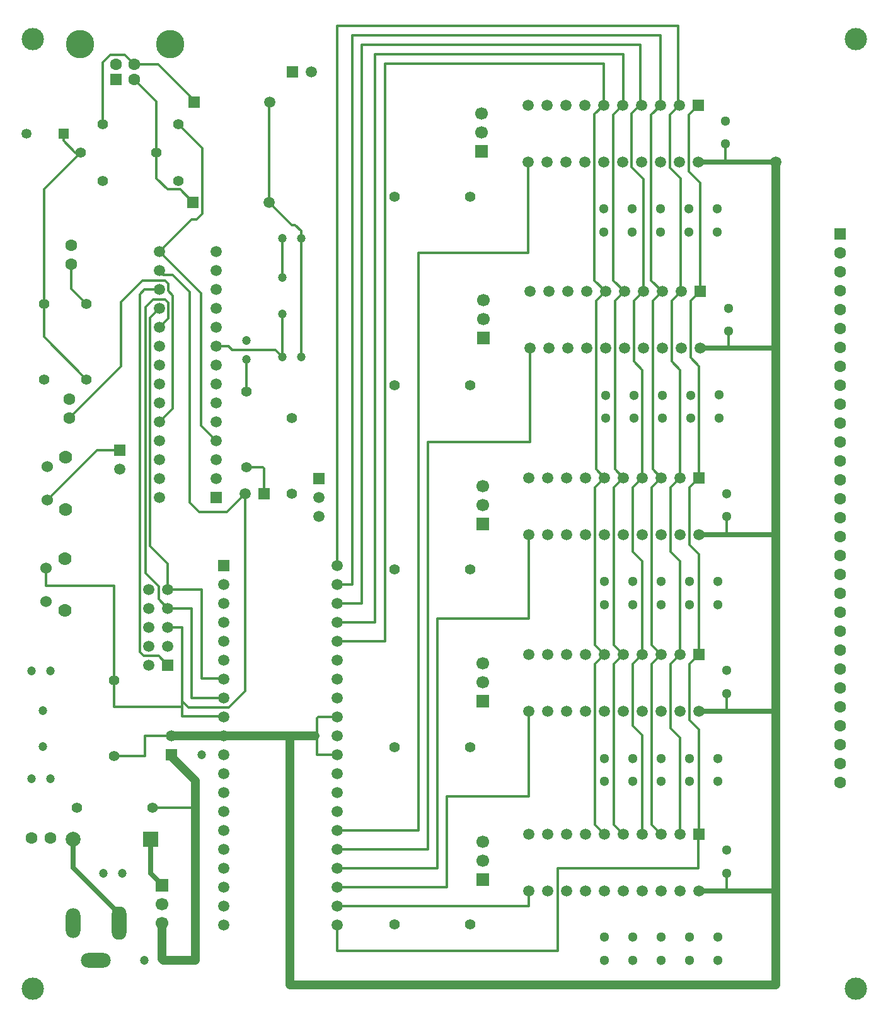
<source format=gtl>
%FSAX44Y44*%
%MOMM*%
G71*
G01*
G75*
G04 Layer_Physical_Order=1*
G04 Layer_Color=255*
%ADD10C,0.3000*%
%ADD11C,1.2000*%
%ADD12C,0.7000*%
%ADD13C,1.4000*%
%ADD14C,1.2000*%
%ADD15R,1.5000X1.5000*%
%ADD16C,1.5000*%
%ADD17C,1.6000*%
%ADD18R,1.5000X1.5000*%
%ADD19C,3.8000*%
%ADD20R,1.6000X1.6000*%
%ADD21C,1.3500*%
%ADD22R,1.3500X1.3500*%
%ADD23C,1.5240*%
%ADD24C,1.5000*%
%ADD25R,1.5000X1.5000*%
%ADD26C,1.7000*%
%ADD27R,1.7000X1.7000*%
%ADD28C,1.3000*%
%ADD29R,1.5000X1.5000*%
%ADD30C,1.6000*%
%ADD31R,1.6000X1.6000*%
%ADD32O,4.0000X2.0000*%
%ADD33O,2.0000X4.0000*%
%ADD34O,2.0000X4.5000*%
%ADD35R,2.0000X2.0000*%
%ADD36C,2.0000*%
%ADD37C,1.7780*%
%ADD38C,3.0000*%
D10*
X00724160Y01731150D02*
X00767280Y01688030D01*
X00692250Y01731150D02*
X00724160D01*
X00641690Y01213150D02*
X00672130D01*
X00574740Y01146200D02*
X00641690Y01213150D01*
X00755950Y00876254D02*
Y00975660D01*
Y00870250D02*
Y00876254D01*
X00764540Y00867664D01*
X00755904Y00876300D02*
X00755950Y00876254D01*
X00890778Y01338880D02*
Y01371854D01*
X00725470Y01479850D02*
X00768858Y01523238D01*
X00775970D01*
X00783082Y01530350D01*
Y01619088D01*
X00750870Y01651300D02*
X00783082Y01619088D01*
X00781304Y01246217D02*
X00801670Y01225850D01*
X00781304Y01246217D02*
Y01424017D01*
X00725470Y01479850D02*
X00781304Y01424017D01*
X00842310Y01190290D02*
X00864916D01*
X00866440Y01188766D01*
Y01154730D02*
Y01188766D01*
X00607360Y01430320D02*
Y01463340D01*
Y01430320D02*
X00627680Y01410000D01*
X00816610Y01130300D02*
X00841040Y01154730D01*
X00779526Y01130300D02*
X00816610D01*
X00766826Y01143000D02*
X00779526Y01130300D01*
X00766826Y01143000D02*
Y01425550D01*
X00743470Y01448905D02*
X00766826Y01425550D01*
X00731015Y01448905D02*
X00743470D01*
X00725470Y01454450D02*
X00731015Y01448905D01*
X00604820Y01256330D02*
X00674116Y01325626D01*
Y01412240D01*
X00703072Y01441196D01*
X00733425D01*
X00737470Y01437151D01*
Y01427118D02*
Y01437151D01*
Y01427118D02*
X00743712Y01420876D01*
Y01269492D02*
Y01420876D01*
X00725470Y01251250D02*
X00743712Y01269492D01*
X00721660Y01578310D02*
Y01613200D01*
Y01578310D02*
X00736600Y01563370D01*
X00753510D01*
X00770990Y01545890D01*
X00721660Y01613200D02*
Y01681740D01*
X00692250Y01711150D02*
X00721660Y01681740D01*
X00649270Y01651300D02*
Y01733550D01*
X00659938Y01744218D01*
X00679182D01*
X00692250Y01731150D01*
X00890570Y01338880D02*
X00890778D01*
X00890570Y01372062D02*
X00890778Y01371854D01*
X00890570Y01372062D02*
Y01396030D01*
X00801670Y01352850D02*
X00818596D01*
X00823468Y01347978D01*
X00881472D01*
X00890570Y01338880D01*
X00890524Y01497584D02*
X00890570Y01497630D01*
X00890524Y01444877D02*
Y01497584D01*
Y01444877D02*
X00890570Y01444830D01*
X00842310Y01291890D02*
Y01335070D01*
X00570530Y01365550D02*
Y01410000D01*
Y01365550D02*
X00627680Y01308400D01*
X00570530Y01563670D02*
X00620060Y01613200D01*
X00570530Y01410000D02*
Y01563670D01*
X00596800Y01629129D02*
Y01638600D01*
Y01629129D02*
X00612729Y01613200D01*
X00620060D01*
X00915970Y01338880D02*
Y01497630D01*
Y01507698D01*
X00908050Y01515618D02*
X00915970Y01507698D01*
X00903263Y01515618D02*
X00908050D01*
X00872990Y01545890D02*
X00903263Y01515618D01*
X00872990Y01545890D02*
Y01677970D01*
X00755904Y00876300D02*
Y00956656D01*
X00764540Y00867664D02*
X00819150D01*
X00841040Y00889554D01*
Y01154730D01*
X00705912Y01429050D02*
X00725470D01*
X00699262Y01422400D02*
X00705912Y01429050D01*
X00699262Y00942594D02*
Y01422400D01*
Y00942594D02*
X00704850Y00937006D01*
X00724754D01*
X00736900Y00924860D01*
X00713232Y01391412D02*
X00725470Y01403650D01*
X00713232Y01084580D02*
Y01391412D01*
Y01084580D02*
X00736900Y01060912D01*
Y01026460D02*
Y01060912D01*
X00724662Y01013298D02*
X00736900Y01001060D01*
X00724662Y01013298D02*
Y01030478D01*
X00707136Y01048004D02*
X00724662Y01030478D01*
X00707136Y01048004D02*
Y01405382D01*
X00717550Y01415796D01*
X00733425D01*
X00737616Y01411605D01*
Y01390396D02*
Y01411605D01*
X00725470Y01378250D02*
X00737616Y01390396D01*
X00736900Y01026460D02*
X00782620D01*
Y00907080D02*
Y01026460D01*
Y00907080D02*
X00810560D01*
X00811830Y00905810D01*
X00736900Y01001060D02*
X00768650D01*
Y00880410D02*
Y01001060D01*
Y00880410D02*
X00811830D01*
X00716580Y00733090D02*
X00772460D01*
X00773730Y00734360D01*
X00937560Y00804210D02*
X00964230D01*
X00937560D02*
Y00853740D01*
X00938830Y00855010D01*
X00964230D01*
X00664510Y00802940D02*
X00706420D01*
Y00829610D01*
X00741980D01*
X01487470Y00623870D02*
Y00645200D01*
Y00623870D02*
X01490010Y00621330D01*
X01487470Y00862630D02*
Y00886500D01*
X01490010Y01350310D02*
Y01372910D01*
X01487470Y01101390D02*
Y01123990D01*
Y01101390D02*
X01488740Y01100120D01*
X01486200Y01600500D02*
Y01624370D01*
X01412540Y00926130D02*
X01425240Y00938830D01*
X01412540Y00839770D02*
Y00926130D01*
Y00839770D02*
X01425240Y00827070D01*
Y00697530D02*
Y00827070D01*
Y00938830D02*
Y01064560D01*
X01412540Y01077260D02*
X01425240Y01064560D01*
X01412540Y01077260D02*
Y01163620D01*
X01425240Y01176320D01*
Y01321100D01*
X01413810Y01332530D02*
X01425240Y01321100D01*
X01413810Y01332530D02*
Y01413810D01*
X01426510Y01426510D01*
X01425670Y01427350D02*
X01426510Y01426510D01*
X01425670Y01427350D02*
Y01578201D01*
X01411270Y01592600D02*
X01425670Y01578201D01*
X01411270Y01592600D02*
Y01664000D01*
X01423970Y01676700D01*
X01422700Y01677970D02*
X01423970Y01676700D01*
X01422700Y01677970D02*
Y01783380D01*
X00964230D02*
X01422700D01*
X00964230Y01058210D02*
Y01783380D01*
X01387140Y00710230D02*
X01399840Y00697530D01*
X01387140Y00710230D02*
Y00926130D01*
X01399840Y00938830D01*
X01387140Y00951530D02*
X01399840Y00938830D01*
X01387140Y00951530D02*
Y01163620D01*
X01399840Y01176320D01*
X01388410Y01187750D02*
X01399840Y01176320D01*
X01388410Y01187750D02*
Y01413810D01*
X01401110Y01426510D01*
X01386570Y01441050D02*
X01401110Y01426510D01*
X01386570Y01441050D02*
Y01663430D01*
X01398570Y01675430D01*
X00964230Y01032810D02*
X00984550D01*
Y01770680D01*
X01398570D01*
Y01676700D02*
Y01770680D01*
X00964230Y01007410D02*
X00997250D01*
Y01757980D01*
X01371900D01*
Y01677970D02*
Y01757980D01*
Y01677970D02*
X01373170Y01676700D01*
X01371200D02*
X01373170D01*
X01359770Y01665270D02*
X01371200Y01676700D01*
X01359770Y01593580D02*
Y01665270D01*
Y01593580D02*
X01375710Y01577640D01*
Y01426510D02*
Y01577640D01*
X01363010Y01413810D02*
X01375710Y01426510D01*
X01363010Y01332530D02*
Y01413810D01*
Y01332530D02*
X01374440Y01321100D01*
Y01176320D02*
Y01321100D01*
X01361740Y01163620D02*
X01374440Y01176320D01*
X01361740Y01077260D02*
Y01163620D01*
Y01077260D02*
X01374440Y01064560D01*
Y00938830D02*
Y01064560D01*
X01361740Y00926130D02*
X01374440Y00938830D01*
X01361740Y00843580D02*
Y00926130D01*
Y00843580D02*
X01374440Y00830880D01*
Y00697530D02*
Y00830880D01*
X01336340Y00710230D02*
X01349040Y00697530D01*
X01336340Y00710230D02*
Y00926130D01*
X01349040Y00938830D01*
X01336340Y00951530D02*
X01349040Y00938830D01*
X01336340Y00951530D02*
Y01163620D01*
X01349040Y01176320D01*
X01337610Y01187750D02*
X01349040Y01176320D01*
X01337610Y01187750D02*
Y01413810D01*
X01350310Y01426510D01*
X01335770Y01441050D02*
X01350310Y01426510D01*
X01335770Y01441050D02*
Y01664000D01*
X01347770Y01676000D01*
Y01676700D01*
X01349040Y01677970D01*
Y01745280D01*
X01015030D02*
X01349040D01*
X01015030Y00982010D02*
Y01745280D01*
X00964230Y00982010D02*
X01015030D01*
X00964230Y00956610D02*
X01029000D01*
Y01732580D01*
X01322370D01*
Y01676700D02*
Y01732580D01*
X01310370Y01664700D02*
X01322370Y01676700D01*
X01310370Y01441050D02*
Y01664700D01*
Y01441050D02*
X01324910Y01426510D01*
X01312210Y01413810D02*
X01324910Y01426510D01*
X01312210Y01187750D02*
Y01413810D01*
Y01187750D02*
X01323640Y01176320D01*
X01310940Y01163620D02*
X01323640Y01176320D01*
X01310940Y00951530D02*
Y01163620D01*
Y00951530D02*
X01323640Y00938830D01*
X01310940Y00926130D02*
X01323640Y00938830D01*
X01310940Y00710230D02*
Y00926130D01*
Y00710230D02*
X01323640Y00697530D01*
X00964230Y00702610D02*
X01073450D01*
Y01478580D01*
X01220770D01*
Y01600500D01*
X00964230Y00677210D02*
X01086150D01*
Y01224580D01*
X01223310D01*
Y01350310D01*
X00964230Y00651810D02*
X01098850D01*
Y00987090D01*
X01222040D01*
Y01100120D01*
X00964230Y00626410D02*
X01111550D01*
Y00748330D01*
X01222040D01*
Y00862630D01*
X00964230Y00601010D02*
X01222040D01*
Y00621330D01*
X00964230Y00541320D02*
Y00575610D01*
Y00541320D02*
X01260840D01*
Y00651810D01*
X01449370D01*
Y00696260D01*
X01450640Y00697530D01*
Y00838500D01*
X01437940Y00851200D02*
X01450640Y00838500D01*
X01437940Y00851200D02*
Y00926130D01*
X01450640Y00938830D01*
Y01073450D01*
X01437940Y01086150D02*
X01450640Y01073450D01*
X01437940Y01086150D02*
Y01163620D01*
X01450640Y01176320D01*
Y01326180D01*
X01439210Y01337610D02*
X01450640Y01326180D01*
X01439210Y01337610D02*
Y01413810D01*
X01451910Y01426510D01*
Y01572560D01*
X01436670Y01587800D02*
X01451910Y01572560D01*
X01436670Y01587800D02*
Y01664000D01*
X01449370Y01676700D01*
X00664510Y00904540D02*
Y01031540D01*
X00573470D02*
X00664510D01*
X00573470D02*
Y01055310D01*
X00664510Y00868980D02*
Y00904540D01*
Y00868980D02*
X00755950D01*
Y00856280D02*
Y00868980D01*
Y00856280D02*
X00810560D01*
X00811830Y00855010D01*
X00736900Y00975660D02*
X00755950D01*
D11*
X00773730Y00734360D02*
Y00769920D01*
Y00528620D02*
Y00734360D01*
X01553510Y00862630D02*
Y01100120D01*
Y01350310D01*
Y00621330D02*
Y00862630D01*
Y00495600D02*
Y00621330D01*
X00729280Y00529890D02*
Y00578150D01*
Y00529890D02*
X00730550Y00528620D01*
X00773730D01*
X00741980Y00801670D02*
X00773730Y00769920D01*
X00741980Y00801670D02*
Y00804210D01*
Y00829610D02*
X00782620D01*
X00811830D01*
X00900730D02*
X00935020D01*
X00900730Y00495600D02*
X01553510D01*
X00811830Y00829610D02*
X00900730D01*
Y00495600D02*
Y00829610D01*
X01553510Y01350310D02*
Y01596690D01*
D12*
X01486200Y01600500D02*
X01553510D01*
X01450640Y00621330D02*
X01490010D01*
X01553510D01*
X01490010Y01350310D02*
X01553510D01*
X01488740Y01100120D02*
X01553510D01*
X01450640Y00862630D02*
X01487470D01*
X01553510D01*
X01450640Y01100120D02*
X01488740D01*
X01451910Y01350310D02*
X01490010D01*
X01449370Y01600500D02*
X01486200D01*
X00609670Y00652950D02*
X00671970Y00590650D01*
X00609670Y00652950D02*
Y00691180D01*
X00714270Y00645230D02*
Y00691180D01*
Y00645230D02*
X00729280Y00630220D01*
D13*
X00627680Y01410000D02*
D03*
Y01308400D02*
D03*
X00570530D02*
D03*
Y01410000D02*
D03*
X00842310Y01291890D02*
D03*
Y01190290D02*
D03*
X00903270Y01256330D02*
D03*
Y01154730D02*
D03*
X00750870Y01575100D02*
D03*
X00649270D02*
D03*
X00750870Y01651300D02*
D03*
X00649270D02*
D03*
X00721660Y01613200D02*
D03*
X00620060D02*
D03*
X00664510Y00904540D02*
D03*
Y00802940D02*
D03*
X00614980Y00733090D02*
D03*
X00716580D02*
D03*
X01143300Y00576880D02*
D03*
X01041700D02*
D03*
X01143300Y00814370D02*
D03*
X01041700D02*
D03*
X01143300Y01053130D02*
D03*
X01041700D02*
D03*
X01143300Y01300780D02*
D03*
X01041700D02*
D03*
X01143300Y01553510D02*
D03*
X01041700D02*
D03*
D14*
X00915970Y01497630D02*
D03*
X00890570D02*
D03*
X00915970Y01338880D02*
D03*
X00890570D02*
D03*
Y01396030D02*
D03*
Y01444830D02*
D03*
X00842310Y01360470D02*
D03*
Y01335070D02*
D03*
X00579420Y00917240D02*
D03*
X00554020D02*
D03*
X00579420Y00772460D02*
D03*
X00554020D02*
D03*
X00569260Y00815100D02*
D03*
Y00863900D02*
D03*
X00782620Y00829610D02*
D03*
Y00804210D02*
D03*
X00650540Y00645460D02*
D03*
X00675940D02*
D03*
X00705150Y00528620D02*
D03*
X00730550D02*
D03*
D15*
X00866440Y01154730D02*
D03*
X00801670Y01149650D02*
D03*
X00772260Y01680510D02*
D03*
X00770990Y01545890D02*
D03*
X00904540Y01721150D02*
D03*
D16*
X00841040Y01154730D02*
D03*
X00725470Y01479850D02*
D03*
Y01454450D02*
D03*
Y01429050D02*
D03*
Y01403650D02*
D03*
Y01378250D02*
D03*
Y01352850D02*
D03*
Y01327450D02*
D03*
Y01302050D02*
D03*
Y01276650D02*
D03*
Y01251250D02*
D03*
Y01225850D02*
D03*
Y01200450D02*
D03*
Y01175050D02*
D03*
Y01149650D02*
D03*
X00801670Y01479850D02*
D03*
Y01454450D02*
D03*
Y01429050D02*
D03*
Y01403650D02*
D03*
Y01378250D02*
D03*
Y01352850D02*
D03*
Y01327450D02*
D03*
Y01302050D02*
D03*
Y01276650D02*
D03*
Y01251250D02*
D03*
Y01225850D02*
D03*
Y01200450D02*
D03*
Y01175050D02*
D03*
X00672130Y01187750D02*
D03*
X00940100Y01149650D02*
D03*
Y01124250D02*
D03*
X00874260Y01680510D02*
D03*
X00872990Y01545890D02*
D03*
X00741980Y00829610D02*
D03*
X00929940Y01721150D02*
D03*
X00711500Y00924860D02*
D03*
X00736900Y00950260D02*
D03*
X00711500D02*
D03*
X00736900Y00975660D02*
D03*
X00711500D02*
D03*
X00736900Y01001060D02*
D03*
X00711500D02*
D03*
X00736900Y01026460D02*
D03*
X00711500D02*
D03*
X00629970Y00528150D02*
D03*
X00649970D02*
D03*
X00609970Y00588150D02*
D03*
Y00568150D02*
D03*
X01553510Y01600500D02*
D03*
D17*
X00607360Y01488740D02*
D03*
Y01463340D02*
D03*
X00604820Y01256330D02*
D03*
Y01281730D02*
D03*
X00692250Y01731150D02*
D03*
X00667250D02*
D03*
X00692250Y01711150D02*
D03*
X00579420Y00692450D02*
D03*
X00554020D02*
D03*
D18*
X00672130Y01213150D02*
D03*
X00940100Y01175050D02*
D03*
X00741980Y00804210D02*
D03*
X00736900Y00924860D02*
D03*
D19*
X00739950Y01758250D02*
D03*
X00619550D02*
D03*
D20*
X00667250Y01711150D02*
D03*
D21*
X00546800Y01638600D02*
D03*
D22*
X00596800D02*
D03*
D23*
X00574740Y01191200D02*
D03*
Y01146200D02*
D03*
X00573470Y01055310D02*
D03*
Y01010310D02*
D03*
D24*
X00964230Y00575610D02*
D03*
Y00601010D02*
D03*
Y00626410D02*
D03*
Y00651810D02*
D03*
Y00677210D02*
D03*
Y00702610D02*
D03*
Y00728010D02*
D03*
Y00753410D02*
D03*
Y00778810D02*
D03*
Y00804210D02*
D03*
Y00829610D02*
D03*
Y00855010D02*
D03*
Y00880410D02*
D03*
Y00905810D02*
D03*
Y00931210D02*
D03*
Y00956610D02*
D03*
Y00982010D02*
D03*
Y01007410D02*
D03*
Y01032810D02*
D03*
Y01058210D02*
D03*
X00811830Y00575610D02*
D03*
Y00601010D02*
D03*
Y00626410D02*
D03*
Y00651810D02*
D03*
Y00677210D02*
D03*
Y00702610D02*
D03*
Y00728010D02*
D03*
Y00753410D02*
D03*
Y00778810D02*
D03*
Y00804210D02*
D03*
Y00829610D02*
D03*
Y00855010D02*
D03*
Y00880410D02*
D03*
Y00905810D02*
D03*
Y00931210D02*
D03*
Y00956610D02*
D03*
Y00982010D02*
D03*
Y01007410D02*
D03*
Y01032810D02*
D03*
X01425240Y00697530D02*
D03*
X01399840D02*
D03*
X01374440D02*
D03*
X01349040D02*
D03*
X01323640D02*
D03*
X01298240D02*
D03*
X01272840D02*
D03*
X01247440D02*
D03*
X01222040D02*
D03*
X01450640Y00621330D02*
D03*
X01425240D02*
D03*
X01399840D02*
D03*
X01374440D02*
D03*
X01349040D02*
D03*
X01323640D02*
D03*
X01298240D02*
D03*
X01272840D02*
D03*
X01247440D02*
D03*
X01222040D02*
D03*
X01425240Y00938830D02*
D03*
X01399840D02*
D03*
X01374440D02*
D03*
X01349040D02*
D03*
X01323640D02*
D03*
X01298240D02*
D03*
X01272840D02*
D03*
X01247440D02*
D03*
X01222040D02*
D03*
X01450640Y00862630D02*
D03*
X01425240D02*
D03*
X01399840D02*
D03*
X01374440D02*
D03*
X01349040D02*
D03*
X01323640D02*
D03*
X01298240D02*
D03*
X01272840D02*
D03*
X01247440D02*
D03*
X01222040D02*
D03*
X01425240Y01176320D02*
D03*
X01399840D02*
D03*
X01374440D02*
D03*
X01349040D02*
D03*
X01323640D02*
D03*
X01298240D02*
D03*
X01272840D02*
D03*
X01247440D02*
D03*
X01222040D02*
D03*
X01450640Y01100120D02*
D03*
X01425240D02*
D03*
X01399840D02*
D03*
X01374440D02*
D03*
X01349040D02*
D03*
X01323640D02*
D03*
X01298240D02*
D03*
X01272840D02*
D03*
X01247440D02*
D03*
X01222040D02*
D03*
X01426510Y01426510D02*
D03*
X01401110D02*
D03*
X01375710D02*
D03*
X01350310D02*
D03*
X01324910D02*
D03*
X01299510D02*
D03*
X01274110D02*
D03*
X01248710D02*
D03*
X01223310D02*
D03*
X01451910Y01350310D02*
D03*
X01426510D02*
D03*
X01401110D02*
D03*
X01375710D02*
D03*
X01350310D02*
D03*
X01324910D02*
D03*
X01299510D02*
D03*
X01274110D02*
D03*
X01248710D02*
D03*
X01223310D02*
D03*
X01423970Y01676700D02*
D03*
X01398570D02*
D03*
X01373170D02*
D03*
X01347770D02*
D03*
X01322370D02*
D03*
X01296970D02*
D03*
X01271570D02*
D03*
X01246170D02*
D03*
X01220770D02*
D03*
X01449370Y01600500D02*
D03*
X01423970D02*
D03*
X01398570D02*
D03*
X01373170D02*
D03*
X01347770D02*
D03*
X01322370D02*
D03*
X01296970D02*
D03*
X01271570D02*
D03*
X01246170D02*
D03*
X01220770D02*
D03*
X00671970Y00565650D02*
D03*
Y00590650D02*
D03*
D25*
X00811830Y01058210D02*
D03*
D26*
X00729280Y00578150D02*
D03*
Y00603550D02*
D03*
X01159810Y00687370D02*
D03*
Y00661970D02*
D03*
Y00927400D02*
D03*
Y00902000D02*
D03*
Y01164890D02*
D03*
Y01139490D02*
D03*
X01161080Y01415080D02*
D03*
Y01389680D02*
D03*
X01158540Y01665270D02*
D03*
Y01639870D02*
D03*
D27*
X00729280Y00628950D02*
D03*
X01159810Y00636570D02*
D03*
Y00876600D02*
D03*
Y01114090D02*
D03*
X01161080Y01364280D02*
D03*
X01158540Y01614470D02*
D03*
D28*
X01487470Y00645200D02*
D03*
Y00676200D02*
D03*
Y00886500D02*
D03*
Y00917500D02*
D03*
Y01123990D02*
D03*
Y01154990D02*
D03*
X01490010Y01372910D02*
D03*
Y01403910D02*
D03*
X01486200Y01624370D02*
D03*
Y01655370D02*
D03*
X01474770Y01506260D02*
D03*
Y01537260D02*
D03*
X01436670Y01506260D02*
D03*
Y01537260D02*
D03*
X01398570Y01506260D02*
D03*
Y01537260D02*
D03*
X01360470Y01506260D02*
D03*
Y01537260D02*
D03*
X01322370Y01506260D02*
D03*
Y01537260D02*
D03*
X01477310Y01256330D02*
D03*
Y01287330D02*
D03*
X01439210Y01256070D02*
D03*
Y01287070D02*
D03*
X01401110Y01256070D02*
D03*
Y01287070D02*
D03*
X01324910Y01256070D02*
D03*
Y01287070D02*
D03*
X01363010Y01256070D02*
D03*
Y01287070D02*
D03*
X01476040Y01005880D02*
D03*
Y01036880D02*
D03*
X01437940Y01005880D02*
D03*
Y01036880D02*
D03*
X01361740Y01005880D02*
D03*
Y01036880D02*
D03*
X01399840Y01005880D02*
D03*
Y01036880D02*
D03*
X01323640Y01005880D02*
D03*
Y01036880D02*
D03*
X01476040Y00768390D02*
D03*
Y00799390D02*
D03*
X01399840Y00768390D02*
D03*
Y00799390D02*
D03*
X01361740Y00768390D02*
D03*
Y00799390D02*
D03*
X01323640Y00768390D02*
D03*
Y00799390D02*
D03*
X01437940Y00768390D02*
D03*
Y00799390D02*
D03*
X01323640Y00528360D02*
D03*
Y00559360D02*
D03*
X01361740Y00528360D02*
D03*
Y00559360D02*
D03*
X01399840Y00528360D02*
D03*
Y00559360D02*
D03*
X01437940Y00528360D02*
D03*
Y00559360D02*
D03*
X01476040Y00528360D02*
D03*
Y00559360D02*
D03*
D29*
X01450640Y00697530D02*
D03*
Y00938830D02*
D03*
Y01176320D02*
D03*
X01451910Y01426510D02*
D03*
X01449370Y01676700D02*
D03*
D30*
X01639870Y00767380D02*
D03*
Y00792780D02*
D03*
Y00818180D02*
D03*
Y00843580D02*
D03*
Y00868980D02*
D03*
Y00894380D02*
D03*
Y00919780D02*
D03*
Y00945180D02*
D03*
Y00970580D02*
D03*
Y00995980D02*
D03*
Y01021380D02*
D03*
Y01046780D02*
D03*
Y01072180D02*
D03*
Y01097580D02*
D03*
Y01122980D02*
D03*
Y01148380D02*
D03*
Y01173780D02*
D03*
Y01199180D02*
D03*
Y01224580D02*
D03*
Y01249980D02*
D03*
Y01275380D02*
D03*
Y01300780D02*
D03*
Y01326180D02*
D03*
Y01351580D02*
D03*
Y01376980D02*
D03*
Y01402380D02*
D03*
Y01427780D02*
D03*
Y01453180D02*
D03*
Y01478580D02*
D03*
D31*
Y01503980D02*
D03*
D32*
X00639970Y00528150D02*
D03*
D33*
X00609970Y00578150D02*
D03*
D34*
X00671970D02*
D03*
D35*
X00714270Y00691180D02*
D03*
D36*
X00609670D02*
D03*
D37*
X00599740Y01203700D02*
D03*
Y01133700D02*
D03*
X00598470Y01067810D02*
D03*
Y00997810D02*
D03*
D38*
X00555290Y01765600D02*
D03*
X01661460D02*
D03*
Y00490520D02*
D03*
X00555290D02*
D03*
M02*

</source>
